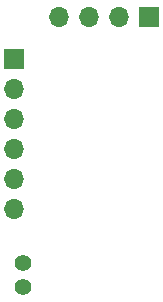
<source format=gbr>
%TF.GenerationSoftware,KiCad,Pcbnew,8.0.2*%
%TF.CreationDate,2024-11-04T20:05:35-05:00*%
%TF.ProjectId,proto,70726f74-6f2e-46b6-9963-61645f706362,rev?*%
%TF.SameCoordinates,Original*%
%TF.FileFunction,Soldermask,Bot*%
%TF.FilePolarity,Negative*%
%FSLAX46Y46*%
G04 Gerber Fmt 4.6, Leading zero omitted, Abs format (unit mm)*
G04 Created by KiCad (PCBNEW 8.0.2) date 2024-11-04 20:05:35*
%MOMM*%
%LPD*%
G01*
G04 APERTURE LIST*
%ADD10R,1.700000X1.700000*%
%ADD11O,1.700000X1.700000*%
%ADD12C,1.400000*%
G04 APERTURE END LIST*
D10*
%TO.C,J1*%
X125730000Y-84328000D03*
D11*
X125730000Y-86868000D03*
X125730000Y-89408000D03*
X125730000Y-91948000D03*
X125730000Y-94488000D03*
X125730000Y-97028000D03*
%TD*%
D12*
%TO.C,TP3*%
X126492000Y-103616000D03*
X126492000Y-101616000D03*
%TD*%
D10*
%TO.C,J2*%
X137160000Y-80772000D03*
D11*
X134620000Y-80772000D03*
X132080000Y-80772000D03*
X129540000Y-80772000D03*
%TD*%
M02*

</source>
